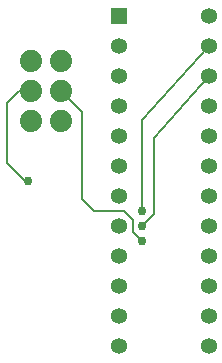
<source format=gbr>
G04 EAGLE Gerber RS-274X export*
G75*
%MOMM*%
%FSLAX34Y34*%
%LPD*%
%INBottom Copper*%
%IPPOS*%
%AMOC8*
5,1,8,0,0,1.08239X$1,22.5*%
G01*
%ADD10R,1.358000X1.358000*%
%ADD11C,1.358000*%
%ADD12C,1.879600*%
%ADD13C,0.762000*%
%ADD14C,0.203200*%


D10*
X107950Y304800D03*
D11*
X107950Y279400D03*
X107950Y254000D03*
X107950Y228600D03*
X107950Y203200D03*
X107950Y177800D03*
X107950Y152400D03*
X107950Y127000D03*
X107950Y101600D03*
X107950Y76200D03*
X107950Y50800D03*
X107950Y25400D03*
X184150Y25400D03*
X184150Y50800D03*
X184150Y76200D03*
X184150Y101600D03*
X184150Y127000D03*
X184150Y152400D03*
X184150Y177800D03*
X184150Y203200D03*
X184150Y228600D03*
X184150Y254000D03*
X184150Y279400D03*
X184150Y304800D03*
D12*
X58420Y266700D03*
X33020Y266700D03*
X33020Y241300D03*
X58420Y241300D03*
X58420Y215900D03*
X33020Y215900D03*
D13*
X127000Y139700D03*
D14*
X127000Y217170D01*
X184150Y279400D01*
X184150Y254000D02*
X137160Y201930D01*
X137160Y137160D01*
X127000Y127000D01*
D13*
X127000Y127000D03*
D14*
X33020Y241300D02*
X22860Y241300D01*
X12700Y231140D01*
X12700Y180340D01*
X27940Y165100D01*
X30480Y165100D01*
D13*
X30480Y165100D03*
X127000Y114300D03*
D14*
X76200Y223520D02*
X58420Y241300D01*
X119380Y121920D02*
X127000Y114300D01*
X119380Y121920D02*
X119380Y132080D01*
X111760Y139700D01*
X86360Y139700D01*
X76200Y149860D01*
X76200Y223520D01*
M02*

</source>
